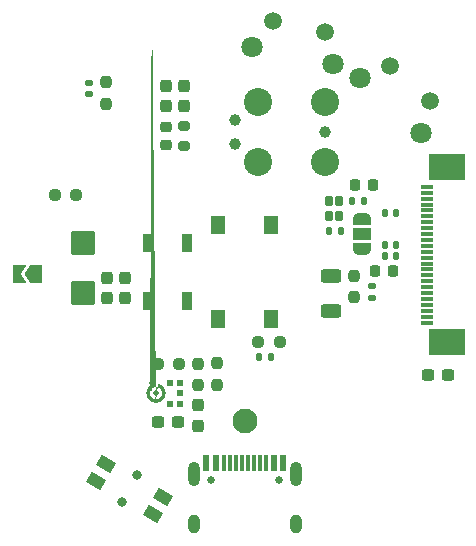
<source format=gbr>
%TF.GenerationSoftware,KiCad,Pcbnew,8.0.5*%
%TF.CreationDate,2025-01-08T19:59:39+01:00*%
%TF.ProjectId,test,74657374-2e6b-4696-9361-645f70636258,rev?*%
%TF.SameCoordinates,PX517370cPY341b1c8*%
%TF.FileFunction,Soldermask,Top*%
%TF.FilePolarity,Negative*%
%FSLAX46Y46*%
G04 Gerber Fmt 4.6, Leading zero omitted, Abs format (unit mm)*
G04 Created by KiCad (PCBNEW 8.0.5) date 2025-01-08 19:59:39*
%MOMM*%
%LPD*%
G01*
G04 APERTURE LIST*
G04 Aperture macros list*
%AMRoundRect*
0 Rectangle with rounded corners*
0 $1 Rounding radius*
0 $2 $3 $4 $5 $6 $7 $8 $9 X,Y pos of 4 corners*
0 Add a 4 corners polygon primitive as box body*
4,1,4,$2,$3,$4,$5,$6,$7,$8,$9,$2,$3,0*
0 Add four circle primitives for the rounded corners*
1,1,$1+$1,$2,$3*
1,1,$1+$1,$4,$5*
1,1,$1+$1,$6,$7*
1,1,$1+$1,$8,$9*
0 Add four rect primitives between the rounded corners*
20,1,$1+$1,$2,$3,$4,$5,0*
20,1,$1+$1,$4,$5,$6,$7,0*
20,1,$1+$1,$6,$7,$8,$9,0*
20,1,$1+$1,$8,$9,$2,$3,0*%
%AMRotRect*
0 Rectangle, with rotation*
0 The origin of the aperture is its center*
0 $1 length*
0 $2 width*
0 $3 Rotation angle, in degrees counterclockwise*
0 Add horizontal line*
21,1,$1,$2,0,0,$3*%
%AMFreePoly0*
4,1,53,0.180798,1.454629,0.352531,1.394537,0.506585,1.297738,0.635238,1.169085,0.732037,1.015031,0.792129,0.843298,0.812500,0.662500,0.792129,0.481702,0.732037,0.309969,0.635238,0.155915,0.506585,0.027262,0.352531,-0.069537,0.180798,-0.129629,0.000000,-0.150000,-0.180798,-0.129629,-0.352531,-0.069537,-0.506585,0.027262,-0.635238,0.155915,-0.732037,0.309969,-0.792129,0.481702,
-0.812500,0.662500,-0.517770,0.662500,-0.496797,0.516627,-0.435576,0.382572,-0.339067,0.271196,-0.215089,0.191520,-0.073686,0.150000,0.073686,0.150000,0.215089,0.191520,0.339067,0.271196,0.435576,0.382572,0.496797,0.516627,0.517770,0.662500,0.496797,0.808373,0.435576,0.942428,0.339067,1.053804,0.215089,1.133480,0.073686,1.175000,-0.073686,1.175000,-0.215089,1.133480,
-0.339067,1.053804,-0.435576,0.942428,-0.496797,0.808373,-0.517770,0.662500,-0.812500,0.662500,-0.792129,0.843298,-0.732037,1.015031,-0.635238,1.169085,-0.506585,1.297738,-0.352531,1.394537,-0.180798,1.454629,0.000000,1.475000,0.180798,1.454629,0.180798,1.454629,$1*%
%AMFreePoly1*
4,1,6,1.000000,0.000000,0.500000,-0.750000,-0.500000,-0.750000,-0.500000,0.750000,0.500000,0.750000,1.000000,0.000000,1.000000,0.000000,$1*%
%AMFreePoly2*
4,1,6,0.500000,-0.750000,-0.650000,-0.750000,-0.150000,0.000000,-0.650000,0.750000,0.500000,0.750000,0.500000,-0.750000,0.500000,-0.750000,$1*%
%AMFreePoly3*
4,1,19,0.550000,-0.750000,0.000000,-0.750000,0.000000,-0.744911,-0.071157,-0.744911,-0.207708,-0.704816,-0.327430,-0.627875,-0.420627,-0.520320,-0.479746,-0.390866,-0.500000,-0.250000,-0.500000,0.250000,-0.479746,0.390866,-0.420627,0.520320,-0.327430,0.627875,-0.207708,0.704816,-0.071157,0.744911,0.000000,0.744911,0.000000,0.750000,0.550000,0.750000,0.550000,-0.750000,0.550000,-0.750000,
$1*%
%AMFreePoly4*
4,1,19,0.000000,0.744911,0.071157,0.744911,0.207708,0.704816,0.327430,0.627875,0.420627,0.520320,0.479746,0.390866,0.500000,0.250000,0.500000,-0.250000,0.479746,-0.390866,0.420627,-0.520320,0.327430,-0.627875,0.207708,-0.704816,0.071157,-0.744911,0.000000,-0.744911,0.000000,-0.750000,-0.550000,-0.750000,-0.550000,0.750000,0.000000,0.750000,0.000000,0.744911,0.000000,0.744911,
$1*%
G04 Aperture macros list end*
%ADD10RoundRect,0.140000X0.140000X0.170000X-0.140000X0.170000X-0.140000X-0.170000X0.140000X-0.170000X0*%
%ADD11RoundRect,0.140000X-0.140000X-0.170000X0.140000X-0.170000X0.140000X0.170000X-0.140000X0.170000X0*%
%ADD12RoundRect,0.140000X-0.170000X0.140000X-0.170000X-0.140000X0.170000X-0.140000X0.170000X0.140000X0*%
%ADD13RoundRect,0.200000X0.275000X-0.200000X0.275000X0.200000X-0.275000X0.200000X-0.275000X-0.200000X0*%
%ADD14RoundRect,0.225000X-0.250000X0.225000X-0.250000X-0.225000X0.250000X-0.225000X0.250000X0.225000X0*%
%ADD15C,2.100000*%
%ADD16RoundRect,0.237500X0.237500X-0.300000X0.237500X0.300000X-0.237500X0.300000X-0.237500X-0.300000X0*%
%ADD17R,0.900000X1.500000*%
%ADD18RotRect,1.400000X1.000000X330.000000*%
%ADD19C,0.800000*%
%ADD20RoundRect,0.237500X-0.250000X-0.237500X0.250000X-0.237500X0.250000X0.237500X-0.250000X0.237500X0*%
%ADD21R,1.300000X1.550000*%
%ADD22RoundRect,0.237500X0.300000X0.237500X-0.300000X0.237500X-0.300000X-0.237500X0.300000X-0.237500X0*%
%ADD23C,0.500000*%
%ADD24R,0.522000X0.600000*%
%ADD25FreePoly0,0.000000*%
%ADD26RoundRect,0.237500X0.237500X-0.250000X0.237500X0.250000X-0.237500X0.250000X-0.237500X-0.250000X0*%
%ADD27RoundRect,0.237500X-0.237500X0.300000X-0.237500X-0.300000X0.237500X-0.300000X0.237500X0.300000X0*%
%ADD28C,1.803400*%
%ADD29C,1.498600*%
%ADD30R,1.100000X0.300000*%
%ADD31R,3.100000X2.300000*%
%ADD32RoundRect,0.225000X0.225000X0.250000X-0.225000X0.250000X-0.225000X-0.250000X0.225000X-0.250000X0*%
%ADD33RoundRect,0.250000X0.625000X-0.312500X0.625000X0.312500X-0.625000X0.312500X-0.625000X-0.312500X0*%
%ADD34RoundRect,0.225000X-0.225000X-0.250000X0.225000X-0.250000X0.225000X0.250000X-0.225000X0.250000X0*%
%ADD35RoundRect,0.030000X-0.270000X0.357500X-0.270000X-0.357500X0.270000X-0.357500X0.270000X0.357500X0*%
%ADD36FreePoly1,180.000000*%
%ADD37FreePoly2,180.000000*%
%ADD38RoundRect,0.237500X-0.237500X0.250000X-0.237500X-0.250000X0.237500X-0.250000X0.237500X0.250000X0*%
%ADD39O,1.000000X2.100000*%
%ADD40O,1.000000X1.600000*%
%ADD41C,0.650000*%
%ADD42R,0.600000X1.450000*%
%ADD43R,0.300000X1.450000*%
%ADD44FreePoly3,270.000000*%
%ADD45R,1.500000X1.000000*%
%ADD46FreePoly4,270.000000*%
%ADD47RoundRect,0.237500X0.250000X0.237500X-0.250000X0.237500X-0.250000X-0.237500X0.250000X-0.237500X0*%
%ADD48RoundRect,0.100000X-0.900000X0.900000X-0.900000X-0.900000X0.900000X-0.900000X0.900000X0.900000X0*%
%ADD49C,2.374900*%
%ADD50C,0.990600*%
G04 APERTURE END LIST*
D10*
%TO.C,C31*%
X12830000Y1390000D03*
X11870000Y1390000D03*
%TD*%
D11*
%TO.C,C29*%
X9110000Y6080000D03*
X10070000Y6080000D03*
%TD*%
D12*
%TO.C,C27*%
X-13170000Y16050000D03*
X-13170000Y15090000D03*
%TD*%
%TO.C,C13*%
X10740000Y-1190000D03*
X10740000Y-2150000D03*
%TD*%
D10*
%TO.C,C10*%
X12820000Y2360000D03*
X11860000Y2360000D03*
%TD*%
D13*
%TO.C,R1*%
X-5130000Y10725000D03*
X-5130000Y12375000D03*
%TD*%
D14*
%TO.C,C1*%
X-6700000Y12325000D03*
X-6700000Y10775000D03*
%TD*%
D15*
%TO.C,REF\u002A\u002A*%
X0Y-12540000D03*
%TD*%
D16*
%TO.C,C2*%
X-6680000Y14097500D03*
X-6680000Y15822500D03*
%TD*%
D11*
%TO.C,C30*%
X1230000Y-7170000D03*
X2190000Y-7170000D03*
%TD*%
D17*
%TO.C,D4*%
X-8215000Y-2440000D03*
X-4915000Y-2440000D03*
X-4915000Y2460000D03*
X-8215000Y2460000D03*
%TD*%
D18*
%TO.C,SW4*%
X-11789872Y-16217547D03*
X-12639871Y-17689790D03*
D19*
X-9115000Y-17184535D03*
X-10415000Y-19436201D03*
D18*
X-6940128Y-19017547D03*
X-7790129Y-20489791D03*
%TD*%
D20*
%TO.C,R2*%
X-7392500Y-7750000D03*
X-5567500Y-7750000D03*
%TD*%
D21*
%TO.C,SW5*%
X-2250000Y3975000D03*
X2250000Y3975000D03*
X2250000Y-3975000D03*
X-2250000Y-3975000D03*
%TD*%
D22*
%TO.C,C21*%
X17240000Y-8680000D03*
X15515000Y-8680000D03*
%TD*%
D23*
%TO.C,MK2*%
X-7552000Y-10230000D03*
D24*
X-5478000Y-9330000D03*
X-6300000Y-9330000D03*
D25*
X-7552000Y-10892500D03*
D24*
X-6300000Y-11130000D03*
X-5478000Y-11130000D03*
X-5478000Y-10230000D03*
%TD*%
D22*
%TO.C,C4*%
X-5637500Y-12690000D03*
X-7362500Y-12690000D03*
%TD*%
D26*
%TO.C,R12*%
X-11780000Y14257500D03*
X-11780000Y16082500D03*
%TD*%
D27*
%TO.C,C26*%
X-11670000Y-455000D03*
X-11670000Y-2180000D03*
%TD*%
D28*
%TO.C,SW2*%
X14927083Y11787951D03*
X9717637Y16478557D03*
D29*
X15660772Y14478363D03*
X12316619Y17489452D03*
%TD*%
D30*
%TO.C,U3*%
X15385000Y-4250000D03*
X15385000Y-3750000D03*
X15385000Y-3250000D03*
X15385000Y-2750000D03*
X15385000Y-2250000D03*
X15385000Y-1750000D03*
X15385000Y-1250000D03*
X15385000Y-750000D03*
X15385000Y-250000D03*
X15385000Y250000D03*
X15385000Y750000D03*
X15385000Y1250000D03*
X15385000Y1750000D03*
X15385000Y2250000D03*
X15385000Y2750000D03*
X15385000Y3250000D03*
X15385000Y3750000D03*
X15385000Y4250000D03*
X15385000Y4750000D03*
X15385000Y5250000D03*
X15385000Y5750000D03*
X15385000Y6250000D03*
X15385000Y6750000D03*
X15385000Y7250000D03*
D31*
X17085000Y-5920000D03*
X17085000Y8920000D03*
%TD*%
D10*
%TO.C,C33*%
X8120000Y3538000D03*
X7160000Y3538000D03*
%TD*%
D32*
%TO.C,C23*%
X10855000Y7440000D03*
X9305000Y7440000D03*
%TD*%
D20*
%TO.C,R10*%
X-16092500Y6530000D03*
X-14267500Y6530000D03*
%TD*%
D26*
%TO.C,R3*%
X-3949500Y-9552500D03*
X-3949500Y-7727500D03*
%TD*%
D27*
%TO.C,C25*%
X-10120000Y-437500D03*
X-10120000Y-2162500D03*
%TD*%
D33*
%TO.C,NC3*%
X7257500Y-3264500D03*
X7257500Y-339500D03*
%TD*%
D16*
%TO.C,C3*%
X-5110000Y14097500D03*
X-5110000Y15822500D03*
%TD*%
D34*
%TO.C,C24*%
X11012500Y148000D03*
X12562500Y148000D03*
%TD*%
D35*
%TO.C,U4*%
X7140000Y6053400D03*
X7140000Y4778400D03*
X7940000Y4778400D03*
X7940000Y6053400D03*
%TD*%
D36*
%TO.C,JP3*%
X-17670000Y-100000D03*
D37*
X-19120000Y-100000D03*
%TD*%
D38*
%TO.C,R4*%
X-2359500Y-7707500D03*
X-2359500Y-9532500D03*
%TD*%
D39*
%TO.C,P1*%
X-4320000Y-17080000D03*
D40*
X-4320000Y-21260000D03*
D41*
X-2890000Y-17610000D03*
X2890000Y-17610000D03*
D39*
X4320000Y-17080000D03*
D42*
X-3250000Y-16165000D03*
X-2450000Y-16165000D03*
D43*
X-1250000Y-16165000D03*
X-250000Y-16165000D03*
X250000Y-16165000D03*
X1250000Y-16165000D03*
D42*
X2450000Y-16165000D03*
X3250000Y-16165000D03*
X3250000Y-16165000D03*
X2450000Y-16165000D03*
D43*
X1750000Y-16165000D03*
X750000Y-16165000D03*
X-750000Y-16165000D03*
X-1750000Y-16165000D03*
D42*
X-2450000Y-16165000D03*
X-3250000Y-16165000D03*
D40*
X4320000Y-21260000D03*
%TD*%
D27*
%TO.C,C5*%
X-3939500Y-11257500D03*
X-3939500Y-12982500D03*
%TD*%
D28*
%TO.C,SW1*%
X7456432Y17622643D03*
X599616Y19080103D03*
D29*
X6746619Y20319452D03*
X2344953Y21255056D03*
%TD*%
D10*
%TO.C,C9*%
X12830000Y5000000D03*
X11870000Y5000000D03*
%TD*%
D44*
%TO.C,JP1*%
X9940000Y4560000D03*
D45*
X9940000Y3260000D03*
D46*
X9940000Y1960000D03*
%TD*%
D47*
%TO.C,R15*%
X2965000Y-5860000D03*
X1140000Y-5860000D03*
%TD*%
D48*
%TO.C,3v3J2*%
X-13710000Y2516100D03*
X-13710000Y-1751100D03*
%TD*%
D26*
%TO.C,R7*%
X9250000Y-2105000D03*
X9250000Y-280000D03*
%TD*%
D49*
%TO.C,J2*%
X6820000Y9360000D03*
D50*
X6820000Y11900000D03*
D49*
X6820000Y14440000D03*
X1105000Y9360000D03*
X1105000Y14440000D03*
D50*
X-800000Y10885000D03*
X-800000Y12915000D03*
%TD*%
M02*

</source>
